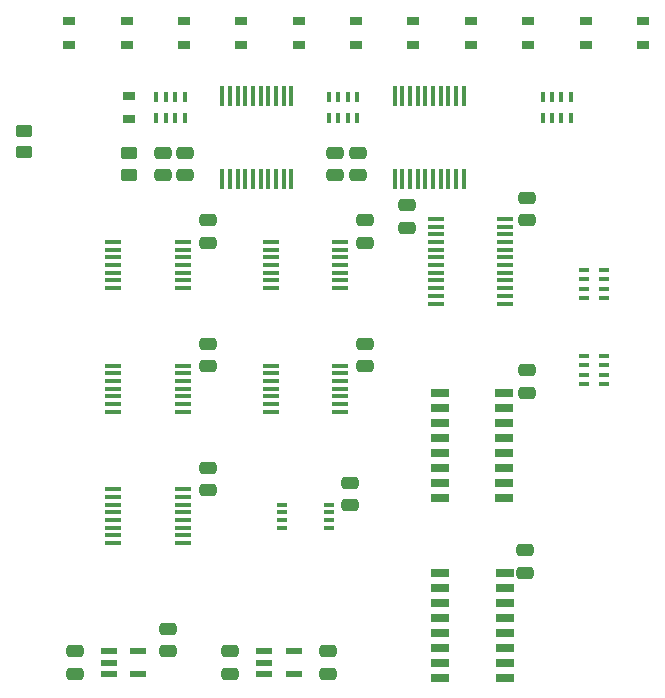
<source format=gbr>
%TF.GenerationSoftware,KiCad,Pcbnew,(6.0.5)*%
%TF.CreationDate,2022-07-26T20:58:12+02:00*%
%TF.ProjectId,Selector State,53656c65-6374-46f7-9220-53746174652e,rev?*%
%TF.SameCoordinates,Original*%
%TF.FileFunction,Paste,Top*%
%TF.FilePolarity,Positive*%
%FSLAX46Y46*%
G04 Gerber Fmt 4.6, Leading zero omitted, Abs format (unit mm)*
G04 Created by KiCad (PCBNEW (6.0.5)) date 2022-07-26 20:58:12*
%MOMM*%
%LPD*%
G01*
G04 APERTURE LIST*
G04 Aperture macros list*
%AMRoundRect*
0 Rectangle with rounded corners*
0 $1 Rounding radius*
0 $2 $3 $4 $5 $6 $7 $8 $9 X,Y pos of 4 corners*
0 Add a 4 corners polygon primitive as box body*
4,1,4,$2,$3,$4,$5,$6,$7,$8,$9,$2,$3,0*
0 Add four circle primitives for the rounded corners*
1,1,$1+$1,$2,$3*
1,1,$1+$1,$4,$5*
1,1,$1+$1,$6,$7*
1,1,$1+$1,$8,$9*
0 Add four rect primitives between the rounded corners*
20,1,$1+$1,$2,$3,$4,$5,0*
20,1,$1+$1,$4,$5,$6,$7,0*
20,1,$1+$1,$6,$7,$8,$9,0*
20,1,$1+$1,$8,$9,$2,$3,0*%
G04 Aperture macros list end*
%ADD10R,0.950000X0.450000*%
%ADD11RoundRect,0.250000X0.450000X-0.262500X0.450000X0.262500X-0.450000X0.262500X-0.450000X-0.262500X0*%
%ADD12RoundRect,0.250000X-0.475000X0.250000X-0.475000X-0.250000X0.475000X-0.250000X0.475000X0.250000X0*%
%ADD13RoundRect,0.250000X0.475000X-0.250000X0.475000X0.250000X-0.475000X0.250000X-0.475000X-0.250000X0*%
%ADD14R,1.400000X0.600000*%
%ADD15R,0.900000X0.425000*%
%ADD16R,1.000000X0.800000*%
%ADD17R,0.425000X0.900000*%
%ADD18R,1.550000X0.650000*%
%ADD19R,1.475000X0.450000*%
%ADD20RoundRect,0.250000X-0.450000X0.262500X-0.450000X-0.262500X0.450000X-0.262500X0.450000X0.262500X0*%
%ADD21R,0.450000X1.800000*%
G04 APERTURE END LIST*
D10*
%TO.C,IC5*%
X166617500Y-80305000D03*
X166617500Y-80955000D03*
X166617500Y-81605000D03*
X166617500Y-82255000D03*
X170567500Y-82255000D03*
X170567500Y-81605000D03*
X170567500Y-80955000D03*
X170567500Y-80305000D03*
%TD*%
D11*
%TO.C,R2*%
X144770000Y-50442500D03*
X144770000Y-48617500D03*
%TD*%
D12*
%TO.C,C18*%
X172402500Y-78425000D03*
X172402500Y-80325000D03*
%TD*%
D13*
%TO.C,C8*%
X171132500Y-52385000D03*
X171132500Y-50485000D03*
%TD*%
D14*
%TO.C,IC1*%
X165120000Y-92712500D03*
X165120000Y-93662500D03*
X165120000Y-94612500D03*
X167620000Y-94612500D03*
X167620000Y-92712500D03*
%TD*%
D15*
%TO.C,RN5*%
X192190000Y-60395000D03*
X192190000Y-61195000D03*
X192190000Y-61995000D03*
X192190000Y-62795000D03*
X193890000Y-62795000D03*
X193890000Y-61995000D03*
X193890000Y-61195000D03*
X193890000Y-60395000D03*
%TD*%
D16*
%TO.C,LED8*%
X182594250Y-41370000D03*
X182594250Y-39370000D03*
%TD*%
D12*
%TO.C,C19*%
X177165000Y-54930000D03*
X177165000Y-56830000D03*
%TD*%
%TO.C,C10*%
X160337500Y-77155000D03*
X160337500Y-79055000D03*
%TD*%
D13*
%TO.C,C5*%
X173037500Y-52385000D03*
X173037500Y-50485000D03*
%TD*%
D16*
%TO.C,LED1*%
X148590000Y-41370000D03*
X148590000Y-39370000D03*
%TD*%
D14*
%TO.C,IC13*%
X151918478Y-92712500D03*
X151918478Y-93662500D03*
X151918478Y-94612500D03*
X154418478Y-94612500D03*
X154418478Y-92712500D03*
%TD*%
D16*
%TO.C,LED2*%
X153447750Y-41370000D03*
X153447750Y-39370000D03*
%TD*%
D13*
%TO.C,C2*%
X149040978Y-94612500D03*
X149040978Y-92712500D03*
%TD*%
D12*
%TO.C,C11*%
X160337500Y-56200000D03*
X160337500Y-58100000D03*
%TD*%
%TO.C,C13*%
X173672500Y-56200000D03*
X173672500Y-58100000D03*
%TD*%
D16*
%TO.C,LED7*%
X177736500Y-41370000D03*
X177736500Y-39370000D03*
%TD*%
%TO.C,LD13*%
X153670000Y-47656500D03*
X153670000Y-45656500D03*
%TD*%
D17*
%TO.C,RN1*%
X155962500Y-47522500D03*
X156762500Y-47522500D03*
X157562500Y-47522500D03*
X158362500Y-47522500D03*
X158362500Y-45822500D03*
X157562500Y-45822500D03*
X156762500Y-45822500D03*
X155962500Y-45822500D03*
%TD*%
D16*
%TO.C,LED6*%
X172878750Y-41370000D03*
X172878750Y-39370000D03*
%TD*%
D12*
%TO.C,C15*%
X187192500Y-84140000D03*
X187192500Y-86040000D03*
%TD*%
D18*
%TO.C,IC11*%
X180022500Y-86042500D03*
X180022500Y-87312500D03*
X180022500Y-88582500D03*
X180022500Y-89852500D03*
X180022500Y-91122500D03*
X180022500Y-92392500D03*
X180022500Y-93662500D03*
X180022500Y-94932500D03*
X185472500Y-94932500D03*
X185472500Y-93662500D03*
X185472500Y-92392500D03*
X185472500Y-91122500D03*
X185472500Y-89852500D03*
X185472500Y-88582500D03*
X185472500Y-87312500D03*
X185472500Y-86042500D03*
%TD*%
D19*
%TO.C,IC8*%
X165654500Y-58057500D03*
X165654500Y-58707500D03*
X165654500Y-59357500D03*
X165654500Y-60007500D03*
X165654500Y-60657500D03*
X165654500Y-61307500D03*
X165654500Y-61957500D03*
X171530500Y-61957500D03*
X171530500Y-61307500D03*
X171530500Y-60657500D03*
X171530500Y-60007500D03*
X171530500Y-59357500D03*
X171530500Y-58707500D03*
X171530500Y-58057500D03*
%TD*%
D13*
%TO.C,C6*%
X158432500Y-52385000D03*
X158432500Y-50485000D03*
%TD*%
D19*
%TO.C,IC4*%
X152319500Y-79005000D03*
X152319500Y-79655000D03*
X152319500Y-80305000D03*
X152319500Y-80955000D03*
X152319500Y-81605000D03*
X152319500Y-82255000D03*
X152319500Y-82905000D03*
X152319500Y-83555000D03*
X158195500Y-83555000D03*
X158195500Y-82905000D03*
X158195500Y-82255000D03*
X158195500Y-81605000D03*
X158195500Y-80955000D03*
X158195500Y-80305000D03*
X158195500Y-79655000D03*
X158195500Y-79005000D03*
%TD*%
%TO.C,IC12*%
X179624500Y-56115000D03*
X179624500Y-56765000D03*
X179624500Y-57415000D03*
X179624500Y-58065000D03*
X179624500Y-58715000D03*
X179624500Y-59365000D03*
X179624500Y-60015000D03*
X179624500Y-60665000D03*
X179624500Y-61315000D03*
X179624500Y-61965000D03*
X179624500Y-62615000D03*
X179624500Y-63265000D03*
X185500500Y-63265000D03*
X185500500Y-62615000D03*
X185500500Y-61965000D03*
X185500500Y-61315000D03*
X185500500Y-60665000D03*
X185500500Y-60015000D03*
X185500500Y-59365000D03*
X185500500Y-58715000D03*
X185500500Y-58065000D03*
X185500500Y-57415000D03*
X185500500Y-56765000D03*
X185500500Y-56115000D03*
%TD*%
D20*
%TO.C,R3*%
X153680000Y-50522500D03*
X153680000Y-52347500D03*
%TD*%
D16*
%TO.C,LED3*%
X158305500Y-41370000D03*
X158305500Y-39370000D03*
%TD*%
D21*
%TO.C,IC6*%
X161540000Y-52762500D03*
X162190000Y-52762500D03*
X162840000Y-52762500D03*
X163490000Y-52762500D03*
X164140000Y-52762500D03*
X164790000Y-52762500D03*
X165440000Y-52762500D03*
X166090000Y-52762500D03*
X166740000Y-52762500D03*
X167390000Y-52762500D03*
X167390000Y-45662500D03*
X166740000Y-45662500D03*
X166090000Y-45662500D03*
X165440000Y-45662500D03*
X164790000Y-45662500D03*
X164140000Y-45662500D03*
X163490000Y-45662500D03*
X162840000Y-45662500D03*
X162190000Y-45662500D03*
X161540000Y-45662500D03*
%TD*%
D15*
%TO.C,RN6*%
X192190000Y-67697500D03*
X192190000Y-68497500D03*
X192190000Y-69297500D03*
X192190000Y-70097500D03*
X193890000Y-70097500D03*
X193890000Y-69297500D03*
X193890000Y-68497500D03*
X193890000Y-67697500D03*
%TD*%
D12*
%TO.C,C14*%
X160337500Y-66680000D03*
X160337500Y-68580000D03*
%TD*%
%TO.C,C12*%
X173672500Y-66680000D03*
X173672500Y-68580000D03*
%TD*%
D16*
%TO.C,LD11*%
X192309750Y-41370000D03*
X192309750Y-39370000D03*
%TD*%
D17*
%TO.C,RN3*%
X188665000Y-47522500D03*
X189465000Y-47522500D03*
X190265000Y-47522500D03*
X191065000Y-47522500D03*
X191065000Y-45822500D03*
X190265000Y-45822500D03*
X189465000Y-45822500D03*
X188665000Y-45822500D03*
%TD*%
D21*
%TO.C,IC7*%
X176145000Y-52762500D03*
X176795000Y-52762500D03*
X177445000Y-52762500D03*
X178095000Y-52762500D03*
X178745000Y-52762500D03*
X179395000Y-52762500D03*
X180045000Y-52762500D03*
X180695000Y-52762500D03*
X181345000Y-52762500D03*
X181995000Y-52762500D03*
X181995000Y-45662500D03*
X181345000Y-45662500D03*
X180695000Y-45662500D03*
X180045000Y-45662500D03*
X179395000Y-45662500D03*
X178745000Y-45662500D03*
X178095000Y-45662500D03*
X177445000Y-45662500D03*
X176795000Y-45662500D03*
X176145000Y-45662500D03*
%TD*%
D19*
%TO.C,IC9*%
X165654500Y-68535000D03*
X165654500Y-69185000D03*
X165654500Y-69835000D03*
X165654500Y-70485000D03*
X165654500Y-71135000D03*
X165654500Y-71785000D03*
X165654500Y-72435000D03*
X171530500Y-72435000D03*
X171530500Y-71785000D03*
X171530500Y-71135000D03*
X171530500Y-70485000D03*
X171530500Y-69835000D03*
X171530500Y-69185000D03*
X171530500Y-68535000D03*
%TD*%
D17*
%TO.C,RN2*%
X170567500Y-47522500D03*
X171367500Y-47522500D03*
X172167500Y-47522500D03*
X172967500Y-47522500D03*
X172967500Y-45822500D03*
X172167500Y-45822500D03*
X171367500Y-45822500D03*
X170567500Y-45822500D03*
%TD*%
D13*
%TO.C,C9*%
X156527500Y-52385000D03*
X156527500Y-50485000D03*
%TD*%
D12*
%TO.C,C16*%
X187325000Y-68900000D03*
X187325000Y-70800000D03*
%TD*%
D18*
%TO.C,IC10*%
X179970000Y-70802500D03*
X179970000Y-72072500D03*
X179970000Y-73342500D03*
X179970000Y-74612500D03*
X179970000Y-75882500D03*
X179970000Y-77152500D03*
X179970000Y-78422500D03*
X179970000Y-79692500D03*
X185420000Y-79692500D03*
X185420000Y-78422500D03*
X185420000Y-77152500D03*
X185420000Y-75882500D03*
X185420000Y-74612500D03*
X185420000Y-73342500D03*
X185420000Y-72072500D03*
X185420000Y-70802500D03*
%TD*%
D16*
%TO.C,LED4*%
X163163250Y-41370000D03*
X163163250Y-39370000D03*
%TD*%
D12*
%TO.C,C4*%
X156978478Y-90807500D03*
X156978478Y-92707500D03*
%TD*%
%TO.C,C17*%
X187325000Y-54295000D03*
X187325000Y-56195000D03*
%TD*%
D13*
%TO.C,C1*%
X162242500Y-94612500D03*
X162242500Y-92712500D03*
%TD*%
D19*
%TO.C,IC2*%
X152319500Y-58057500D03*
X152319500Y-58707500D03*
X152319500Y-59357500D03*
X152319500Y-60007500D03*
X152319500Y-60657500D03*
X152319500Y-61307500D03*
X152319500Y-61957500D03*
X158195500Y-61957500D03*
X158195500Y-61307500D03*
X158195500Y-60657500D03*
X158195500Y-60007500D03*
X158195500Y-59357500D03*
X158195500Y-58707500D03*
X158195500Y-58057500D03*
%TD*%
D16*
%TO.C,LD12*%
X197167500Y-41370000D03*
X197167500Y-39370000D03*
%TD*%
D13*
%TO.C,C7*%
X170497500Y-94612500D03*
X170497500Y-92712500D03*
%TD*%
D19*
%TO.C,IC3*%
X152319500Y-68535000D03*
X152319500Y-69185000D03*
X152319500Y-69835000D03*
X152319500Y-70485000D03*
X152319500Y-71135000D03*
X152319500Y-71785000D03*
X152319500Y-72435000D03*
X158195500Y-72435000D03*
X158195500Y-71785000D03*
X158195500Y-71135000D03*
X158195500Y-70485000D03*
X158195500Y-69835000D03*
X158195500Y-69185000D03*
X158195500Y-68535000D03*
%TD*%
D16*
%TO.C,LD10*%
X187452000Y-41370000D03*
X187452000Y-39370000D03*
%TD*%
%TO.C,LED5*%
X168021000Y-41370000D03*
X168021000Y-39370000D03*
%TD*%
M02*

</source>
